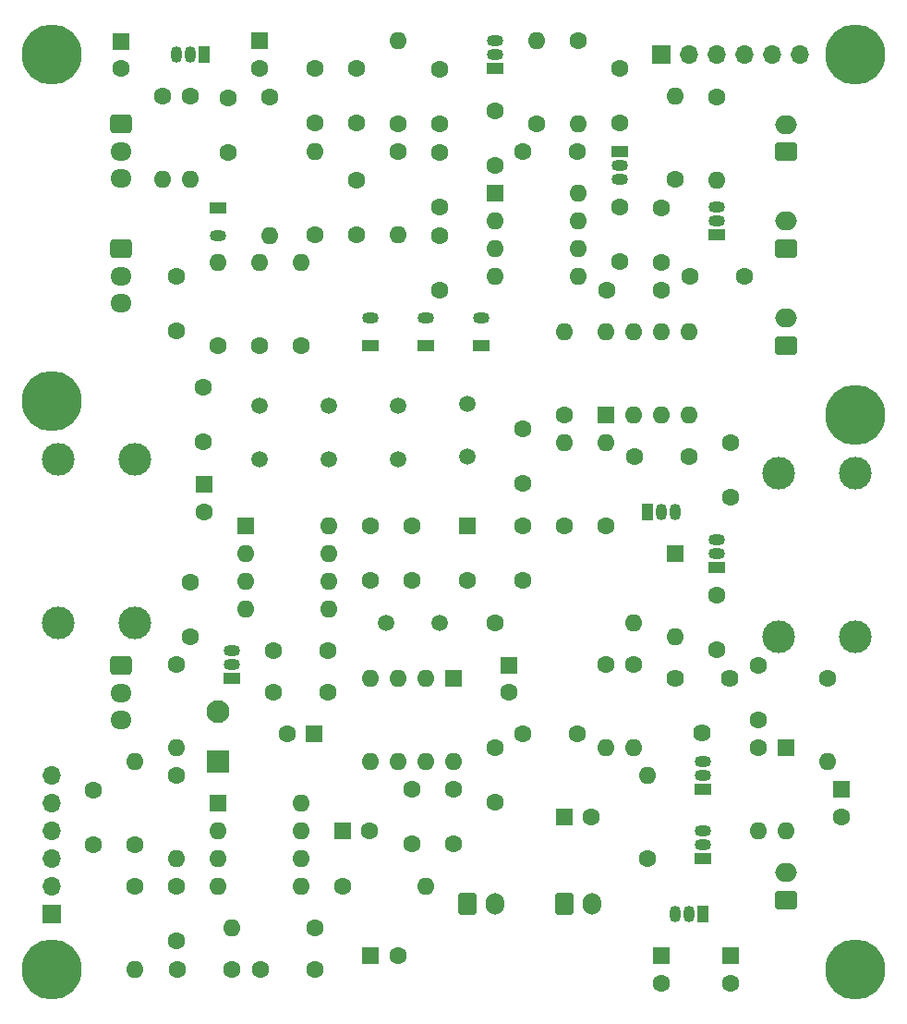
<source format=gbr>
%TF.GenerationSoftware,KiCad,Pcbnew,7.0.9*%
%TF.CreationDate,2024-01-16T00:27:59+08:00*%
%TF.ProjectId,Elecraft_K1_Remake,456c6563-7261-4667-945f-4b315f52656d,rev?*%
%TF.SameCoordinates,Original*%
%TF.FileFunction,Soldermask,Bot*%
%TF.FilePolarity,Negative*%
%FSLAX46Y46*%
G04 Gerber Fmt 4.6, Leading zero omitted, Abs format (unit mm)*
G04 Created by KiCad (PCBNEW 7.0.9) date 2024-01-16 00:27:59*
%MOMM*%
%LPD*%
G01*
G04 APERTURE LIST*
G04 Aperture macros list*
%AMRoundRect*
0 Rectangle with rounded corners*
0 $1 Rounding radius*
0 $2 $3 $4 $5 $6 $7 $8 $9 X,Y pos of 4 corners*
0 Add a 4 corners polygon primitive as box body*
4,1,4,$2,$3,$4,$5,$6,$7,$8,$9,$2,$3,0*
0 Add four circle primitives for the rounded corners*
1,1,$1+$1,$2,$3*
1,1,$1+$1,$4,$5*
1,1,$1+$1,$6,$7*
1,1,$1+$1,$8,$9*
0 Add four rect primitives between the rounded corners*
20,1,$1+$1,$2,$3,$4,$5,0*
20,1,$1+$1,$4,$5,$6,$7,0*
20,1,$1+$1,$6,$7,$8,$9,0*
20,1,$1+$1,$8,$9,$2,$3,0*%
G04 Aperture macros list end*
%ADD10R,1.600000X1.600000*%
%ADD11O,1.600000X1.600000*%
%ADD12C,5.500000*%
%ADD13C,1.500000*%
%ADD14C,1.600000*%
%ADD15R,1.700000X1.700000*%
%ADD16O,1.700000X1.700000*%
%ADD17R,1.500000X1.050000*%
%ADD18O,1.500000X1.050000*%
%ADD19C,1.620000*%
%ADD20R,1.050000X1.500000*%
%ADD21O,1.050000X1.500000*%
%ADD22RoundRect,0.250000X-0.725000X0.600000X-0.725000X-0.600000X0.725000X-0.600000X0.725000X0.600000X0*%
%ADD23O,1.950000X1.700000*%
%ADD24RoundRect,0.250000X0.750000X-0.600000X0.750000X0.600000X-0.750000X0.600000X-0.750000X-0.600000X0*%
%ADD25O,2.000000X1.700000*%
%ADD26C,3.000000*%
%ADD27RoundRect,0.250000X-0.600000X-0.750000X0.600000X-0.750000X0.600000X0.750000X-0.600000X0.750000X0*%
%ADD28O,1.700000X2.000000*%
%ADD29RoundRect,0.250001X0.799999X-0.799999X0.799999X0.799999X-0.799999X0.799999X-0.799999X-0.799999X0*%
%ADD30C,2.100000*%
G04 APERTURE END LIST*
D10*
%TO.C,D5*%
X120650000Y-99060000D03*
D11*
X120650000Y-106680000D03*
%TD*%
D12*
%TO.C,J14*%
X137160000Y-137160000D03*
%TD*%
D13*
%TO.C,Y5*%
X94180000Y-105410000D03*
X99060000Y-105410000D03*
%TD*%
D14*
%TO.C,C26*%
X83860000Y-111760000D03*
X88860000Y-111760000D03*
%TD*%
D15*
%TO.C,J3*%
X119380000Y-53340000D03*
D16*
X121920000Y-53340000D03*
X124460000Y-53340000D03*
X127000000Y-53340000D03*
X129540000Y-53340000D03*
X132080000Y-53340000D03*
%TD*%
D17*
%TO.C,Q8*%
X123190000Y-127000000D03*
D18*
X123190000Y-125730000D03*
X123190000Y-124460000D03*
%TD*%
D14*
%TO.C,C12*%
X125730000Y-88900000D03*
X125730000Y-93900000D03*
%TD*%
D19*
%TO.C,RV3*%
X120650000Y-110490000D03*
X123150000Y-115490000D03*
X125650000Y-110490000D03*
%TD*%
D20*
%TO.C,Q2*%
X118110000Y-95250000D03*
D21*
X119380000Y-95250000D03*
X120650000Y-95250000D03*
%TD*%
D22*
%TO.C,RV4*%
X69850000Y-109300000D03*
D23*
X69850000Y-111800000D03*
X69850000Y-114300000D03*
%TD*%
D14*
%TO.C,C23*%
X77430000Y-88820000D03*
X77430000Y-83820000D03*
%TD*%
%TO.C,R4*%
X87630000Y-69850000D03*
D11*
X87630000Y-62230000D03*
%TD*%
D14*
%TO.C,C17*%
X99060000Y-62270000D03*
X99060000Y-67270000D03*
%TD*%
D10*
%TO.C,U4*%
X104140000Y-66040000D03*
D11*
X104140000Y-68580000D03*
X104140000Y-71120000D03*
X104140000Y-73660000D03*
X111760000Y-73660000D03*
X111760000Y-71120000D03*
X111760000Y-68580000D03*
X111760000Y-66040000D03*
%TD*%
D14*
%TO.C,R24*%
X90170000Y-129540000D03*
D11*
X97790000Y-129540000D03*
%TD*%
D10*
%TO.C,D6*%
X130810000Y-116840000D03*
D11*
X130810000Y-124460000D03*
%TD*%
D14*
%TO.C,C25*%
X83860000Y-107950000D03*
X88860000Y-107950000D03*
%TD*%
%TO.C,C10*%
X119380000Y-74930000D03*
X114380000Y-74930000D03*
%TD*%
%TO.C,C45*%
X87630000Y-137160000D03*
X82630000Y-137160000D03*
%TD*%
%TO.C,R16*%
X74930000Y-109220000D03*
D11*
X74930000Y-116840000D03*
%TD*%
D22*
%TO.C,RV2*%
X69850000Y-71120000D03*
D23*
X69850000Y-73620000D03*
X69850000Y-76120000D03*
%TD*%
D24*
%TO.C,J1*%
X130810000Y-79990000D03*
D25*
X130810000Y-77490000D03*
%TD*%
D10*
%TO.C,C6*%
X82550000Y-52070000D03*
D14*
X82550000Y-54570000D03*
%TD*%
D17*
%TO.C,Q6*%
X124460000Y-100330000D03*
D18*
X124460000Y-99060000D03*
X124460000Y-97790000D03*
%TD*%
D14*
%TO.C,R13*%
X86360000Y-80010000D03*
D11*
X86360000Y-72390000D03*
%TD*%
D20*
%TO.C,U1*%
X77470000Y-53340000D03*
D21*
X76200000Y-53340000D03*
X74930000Y-53340000D03*
%TD*%
D14*
%TO.C,C19*%
X115570000Y-67310000D03*
X115570000Y-72310000D03*
%TD*%
D12*
%TO.C,J13*%
X63500000Y-137160000D03*
%TD*%
D24*
%TO.C,J4*%
X130810000Y-62230000D03*
D25*
X130810000Y-59730000D03*
%TD*%
D14*
%TO.C,R12*%
X124460000Y-57190000D03*
D11*
X124460000Y-64810000D03*
%TD*%
D14*
%TO.C,R3*%
X95250000Y-59690000D03*
D11*
X95250000Y-52070000D03*
%TD*%
D17*
%TO.C,D2*%
X102870000Y-80010000D03*
D18*
X102870000Y-77470000D03*
%TD*%
D14*
%TO.C,R22*%
X134620000Y-110490000D03*
D11*
X134620000Y-118110000D03*
%TD*%
D10*
%TO.C,U7*%
X78740000Y-121930000D03*
D11*
X78740000Y-124470000D03*
X78740000Y-127010000D03*
X78740000Y-129550000D03*
X86360000Y-129550000D03*
X86360000Y-127010000D03*
X86360000Y-124470000D03*
X86360000Y-121930000D03*
%TD*%
D14*
%TO.C,C11*%
X122000000Y-73660000D03*
X127000000Y-73660000D03*
%TD*%
D24*
%TO.C,J7*%
X130810000Y-130790000D03*
D25*
X130810000Y-128290000D03*
%TD*%
D14*
%TO.C,C40*%
X67310000Y-125730000D03*
X67310000Y-120730000D03*
%TD*%
%TO.C,C44*%
X75010000Y-137160000D03*
X80010000Y-137160000D03*
%TD*%
%TO.C,C32*%
X92710000Y-101520000D03*
X92710000Y-96520000D03*
%TD*%
%TO.C,R10*%
X111760000Y-52030000D03*
D11*
X111760000Y-59650000D03*
%TD*%
D14*
%TO.C,R7*%
X110490000Y-96520000D03*
D11*
X110490000Y-88900000D03*
%TD*%
D13*
%TO.C,Y4*%
X82550000Y-85490000D03*
X82550000Y-90370000D03*
%TD*%
D14*
%TO.C,R14*%
X82550000Y-80010000D03*
D11*
X82550000Y-72390000D03*
%TD*%
D14*
%TO.C,C14*%
X104140000Y-63460000D03*
X104140000Y-58460000D03*
%TD*%
D10*
%TO.C,U2*%
X114300000Y-86360000D03*
D11*
X116840000Y-86360000D03*
X119380000Y-86360000D03*
X121920000Y-86360000D03*
X121920000Y-78740000D03*
X119380000Y-78740000D03*
X116840000Y-78740000D03*
X114300000Y-78740000D03*
%TD*%
D14*
%TO.C,R8*%
X107950000Y-59690000D03*
D11*
X107950000Y-52070000D03*
%TD*%
D14*
%TO.C,C33*%
X111720000Y-115570000D03*
X106720000Y-115570000D03*
%TD*%
%TO.C,R1*%
X73660000Y-57150000D03*
D11*
X73660000Y-64770000D03*
%TD*%
D14*
%TO.C,C22*%
X74930000Y-73660000D03*
X74930000Y-78660000D03*
%TD*%
%TO.C,C7*%
X99060000Y-59650000D03*
X99060000Y-54650000D03*
%TD*%
%TO.C,R5*%
X95250000Y-62230000D03*
D11*
X95250000Y-69850000D03*
%TD*%
D14*
%TO.C,L1*%
X83460000Y-57230000D03*
D11*
X83460000Y-69930000D03*
%TD*%
D17*
%TO.C,Q1*%
X104140000Y-54610000D03*
D18*
X104140000Y-53340000D03*
X104140000Y-52070000D03*
%TD*%
D14*
%TO.C,C21*%
X119380000Y-67350000D03*
X119380000Y-72350000D03*
%TD*%
%TO.C,R26*%
X118110000Y-127000000D03*
D11*
X118110000Y-119380000D03*
%TD*%
D26*
%TO.C,T2*%
X71120000Y-105410000D03*
X71120000Y-90410000D03*
X64120000Y-105410000D03*
X64120000Y-90410000D03*
%TD*%
D17*
%TO.C,D3*%
X97790000Y-80010000D03*
D18*
X97790000Y-77470000D03*
%TD*%
D17*
%TO.C,D1*%
X78740000Y-67350000D03*
D18*
X78740000Y-69890000D03*
%TD*%
D24*
%TO.C,J5*%
X130810000Y-71080000D03*
D25*
X130810000Y-68580000D03*
%TD*%
D14*
%TO.C,C5*%
X91440000Y-54570000D03*
X91440000Y-59570000D03*
%TD*%
D13*
%TO.C,Y2*%
X95250000Y-85490000D03*
X95250000Y-90370000D03*
%TD*%
D17*
%TO.C,Q4*%
X124460000Y-69850000D03*
D18*
X124460000Y-68580000D03*
X124460000Y-67310000D03*
%TD*%
D15*
%TO.C,J6*%
X63500000Y-132080000D03*
D16*
X63500000Y-129540000D03*
X63500000Y-127000000D03*
X63500000Y-124460000D03*
X63500000Y-121920000D03*
X63500000Y-119380000D03*
%TD*%
D13*
%TO.C,Y3*%
X88900000Y-90370000D03*
X88900000Y-85490000D03*
%TD*%
D14*
%TO.C,R17*%
X114300000Y-109220000D03*
D11*
X114300000Y-116840000D03*
%TD*%
D27*
%TO.C,J2*%
X110510000Y-131170000D03*
D28*
X113010000Y-131170000D03*
%TD*%
D10*
%TO.C,C46*%
X92750000Y-135890000D03*
D14*
X95250000Y-135890000D03*
%TD*%
D13*
%TO.C,Y1*%
X101600000Y-90170000D03*
X101600000Y-85290000D03*
%TD*%
D12*
%TO.C,J12*%
X137160000Y-86360000D03*
%TD*%
D14*
%TO.C,C28*%
X96520000Y-120650000D03*
X96520000Y-125650000D03*
%TD*%
D22*
%TO.C,RV1*%
X69850000Y-59690000D03*
D23*
X69850000Y-62190000D03*
X69850000Y-64690000D03*
%TD*%
D14*
%TO.C,C36*%
X106680000Y-96520000D03*
X106680000Y-101520000D03*
%TD*%
D10*
%TO.C,C13*%
X125730000Y-135890000D03*
D14*
X125730000Y-138390000D03*
%TD*%
%TO.C,C31*%
X100330000Y-120650000D03*
X100330000Y-125650000D03*
%TD*%
D17*
%TO.C,Q7*%
X123190000Y-120650000D03*
D18*
X123190000Y-119380000D03*
X123190000Y-118110000D03*
%TD*%
D14*
%TO.C,C34*%
X96520000Y-96520000D03*
X96520000Y-101520000D03*
%TD*%
%TO.C,C20*%
X106720000Y-62230000D03*
X111720000Y-62230000D03*
%TD*%
D29*
%TO.C,JP1*%
X78740000Y-118110000D03*
D30*
X78740000Y-113510000D03*
%TD*%
D10*
%TO.C,C1*%
X69850000Y-52110000D03*
D14*
X69850000Y-54610000D03*
%TD*%
D12*
%TO.C,J10*%
X137160000Y-53340000D03*
%TD*%
D10*
%TO.C,C47*%
X110490000Y-123190000D03*
D14*
X112990000Y-123190000D03*
%TD*%
%TO.C,C38*%
X128270000Y-109260000D03*
X128270000Y-114260000D03*
%TD*%
%TO.C,C43*%
X74930000Y-129540000D03*
X74930000Y-134540000D03*
%TD*%
%TO.C,R9*%
X114300000Y-96520000D03*
D11*
X114300000Y-88900000D03*
%TD*%
D14*
%TO.C,C16*%
X115570000Y-54610000D03*
X115570000Y-59610000D03*
%TD*%
D10*
%TO.C,U5*%
X100330000Y-110490000D03*
D11*
X97790000Y-110490000D03*
X95250000Y-110490000D03*
X92710000Y-110490000D03*
X92710000Y-118110000D03*
X95250000Y-118110000D03*
X97790000Y-118110000D03*
X100330000Y-118110000D03*
%TD*%
D14*
%TO.C,R2*%
X76200000Y-57150000D03*
D11*
X76200000Y-64770000D03*
%TD*%
D17*
%TO.C,D4*%
X92710000Y-80010000D03*
D18*
X92710000Y-77470000D03*
%TD*%
D14*
%TO.C,R23*%
X71120000Y-129540000D03*
D11*
X71120000Y-137160000D03*
%TD*%
D17*
%TO.C,Q5*%
X80010000Y-110490000D03*
D18*
X80010000Y-109220000D03*
X80010000Y-107950000D03*
%TD*%
D14*
%TO.C,L2*%
X104140000Y-105410000D03*
D11*
X116840000Y-105410000D03*
%TD*%
D14*
%TO.C,C24*%
X76200000Y-106680000D03*
X76200000Y-101680000D03*
%TD*%
%TO.C,R18*%
X116840000Y-109220000D03*
D11*
X116840000Y-116840000D03*
%TD*%
D26*
%TO.C,T1*%
X137160000Y-106680000D03*
X137160000Y-91680000D03*
X130160000Y-106680000D03*
X130160000Y-91680000D03*
%TD*%
D14*
%TO.C,R19*%
X128270000Y-116840000D03*
D11*
X128270000Y-124460000D03*
%TD*%
D14*
%TO.C,R15*%
X78740000Y-80010000D03*
D11*
X78740000Y-72390000D03*
%TD*%
D10*
%TO.C,U6*%
X81280000Y-96520000D03*
D11*
X81280000Y-99060000D03*
X81280000Y-101600000D03*
X81280000Y-104140000D03*
X88900000Y-104140000D03*
X88900000Y-101600000D03*
X88900000Y-99060000D03*
X88900000Y-96520000D03*
%TD*%
D10*
%TO.C,C42*%
X90170000Y-124460000D03*
D14*
X92670000Y-124460000D03*
%TD*%
D12*
%TO.C,J11*%
X63500000Y-85090000D03*
%TD*%
D14*
%TO.C,R21*%
X74930000Y-119380000D03*
D11*
X74930000Y-127000000D03*
%TD*%
D27*
%TO.C,J8*%
X101620000Y-131170000D03*
D28*
X104120000Y-131170000D03*
%TD*%
D14*
%TO.C,C3*%
X116920000Y-90170000D03*
X121920000Y-90170000D03*
%TD*%
D12*
%TO.C,J9*%
X63500000Y-53340000D03*
%TD*%
D14*
%TO.C,C37*%
X124460000Y-102870000D03*
X124460000Y-107870000D03*
%TD*%
%TO.C,R11*%
X120650000Y-64770000D03*
D11*
X120650000Y-57150000D03*
%TD*%
D10*
%TO.C,C41*%
X135890000Y-120650000D03*
D14*
X135890000Y-123150000D03*
%TD*%
%TO.C,C18*%
X106680000Y-92630000D03*
X106680000Y-87630000D03*
%TD*%
%TO.C,R6*%
X110490000Y-86360000D03*
D11*
X110490000Y-78740000D03*
%TD*%
D14*
%TO.C,C8*%
X91440000Y-64850000D03*
X91440000Y-69850000D03*
%TD*%
%TO.C,C15*%
X99060000Y-74890000D03*
X99060000Y-69890000D03*
%TD*%
D10*
%TO.C,C29*%
X105410000Y-109260000D03*
D14*
X105410000Y-111760000D03*
%TD*%
D10*
%TO.C,C9*%
X119380000Y-135890000D03*
D14*
X119380000Y-138390000D03*
%TD*%
%TO.C,C2*%
X79690000Y-62310000D03*
X79690000Y-57310000D03*
%TD*%
%TO.C,C39*%
X104140000Y-116840000D03*
X104140000Y-121840000D03*
%TD*%
D17*
%TO.C,Q3*%
X115570000Y-62190000D03*
D18*
X115570000Y-63460000D03*
X115570000Y-64730000D03*
%TD*%
D20*
%TO.C,U3*%
X123190000Y-132080000D03*
D21*
X121920000Y-132080000D03*
X120650000Y-132080000D03*
%TD*%
D14*
%TO.C,R25*%
X87630000Y-133350000D03*
D11*
X80010000Y-133350000D03*
%TD*%
D14*
%TO.C,C4*%
X87630000Y-54610000D03*
X87630000Y-59610000D03*
%TD*%
D10*
%TO.C,C27*%
X77470000Y-92710000D03*
D14*
X77470000Y-95210000D03*
%TD*%
%TO.C,R20*%
X71120000Y-125730000D03*
D11*
X71120000Y-118110000D03*
%TD*%
D10*
%TO.C,C35*%
X101600000Y-96520000D03*
D14*
X101600000Y-101520000D03*
%TD*%
D10*
%TO.C,C30*%
X87590000Y-115570000D03*
D14*
X85090000Y-115570000D03*
%TD*%
M02*

</source>
